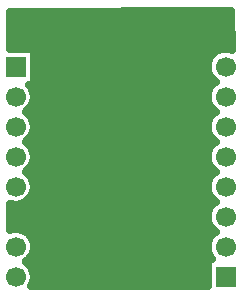
<source format=gbl>
G04 DipTrace 3.1.0.0*
G04 MSPExampleSection1.gbl*
%MOIN*%
G04 #@! TF.FileFunction,Copper,L2,Bot*
G04 #@! TF.Part,Single*
G04 #@! TA.AperFunction,Conductor*
%ADD11C,0.006*%
G04 #@! TA.AperFunction,CopperBalancing*
%ADD14C,0.025*%
G04 #@! TA.AperFunction,ComponentPad*
%ADD16R,0.066929X0.066929*%
%ADD17C,0.066929*%
G04 #@! TA.AperFunction,ViaPad*
%ADD19C,0.02*%
%FSLAX26Y26*%
G04*
G70*
G90*
G75*
G01*
G04 Bottom*
%LPD*%
X779000Y1125249D2*
D11*
X797749D1*
Y1131500D1*
D19*
X779000Y1125249D3*
X437774Y1325382D2*
D14*
X1170518D1*
X437774Y1300513D2*
X1170664D1*
X437774Y1275644D2*
X1170811D1*
X437774Y1250776D2*
X1171006D1*
X437774Y1225907D2*
X1171153D1*
X516485Y1201038D2*
X1105332D1*
X516485Y1176169D2*
X1093076D1*
X516485Y1151301D2*
X1092637D1*
X516485Y1126432D2*
X1103770D1*
X502227Y1101563D2*
X1105772D1*
X514825Y1076694D2*
X1093174D1*
X515459Y1051825D2*
X1092539D1*
X504619Y1026957D2*
X1103379D1*
X501787Y1002088D2*
X1106260D1*
X514727Y977219D2*
X1093321D1*
X515557Y952350D2*
X1092442D1*
X505010Y927482D2*
X1102989D1*
X501299Y902613D2*
X1106700D1*
X514580Y877744D2*
X1093418D1*
X515655Y852875D2*
X1092344D1*
X505352Y828007D2*
X1102647D1*
X500860Y803138D2*
X1107188D1*
X514434Y778269D2*
X1093565D1*
X515752Y753400D2*
X1092246D1*
X505743Y728531D2*
X1102256D1*
X466631Y703663D2*
X1107676D1*
X437774Y678794D2*
X1093711D1*
X437774Y653925D2*
X1092198D1*
X437774Y629056D2*
X1101914D1*
X499883Y604188D2*
X1108164D1*
X514141Y579319D2*
X1093858D1*
X515899Y554450D2*
X1092100D1*
X506475Y529581D2*
X1101524D1*
X499346Y504713D2*
X1091514D1*
X513994Y479844D2*
X1091514D1*
X515948Y454975D2*
X1091514D1*
X435207Y1222728D2*
X513974D1*
Y1102799D1*
X498691D1*
X505137Y1094095D1*
X509409Y1085711D1*
X512317Y1076762D1*
X513789Y1067469D1*
Y1058059D1*
X512317Y1048765D1*
X509409Y1039816D1*
X505137Y1031432D1*
X499607Y1023820D1*
X492953Y1017166D1*
X487069Y1012790D1*
X492953Y1008361D1*
X499607Y1001708D1*
X505137Y994095D1*
X509409Y985711D1*
X512317Y976762D1*
X513789Y967469D1*
Y958059D1*
X512317Y948765D1*
X509409Y939816D1*
X505137Y931432D1*
X499607Y923820D1*
X492953Y917166D1*
X487069Y912790D1*
X492953Y908361D1*
X499607Y901708D1*
X505137Y894095D1*
X509409Y885711D1*
X512317Y876762D1*
X513789Y867469D1*
Y858059D1*
X512317Y848765D1*
X509409Y839816D1*
X505137Y831432D1*
X499607Y823820D1*
X492953Y817166D1*
X487069Y812790D1*
X492953Y808361D1*
X499607Y801708D1*
X505137Y794095D1*
X509409Y785711D1*
X512317Y776762D1*
X513789Y767469D1*
Y758059D1*
X512317Y748765D1*
X509409Y739816D1*
X505137Y731432D1*
X499607Y723820D1*
X492953Y717166D1*
X485341Y711636D1*
X476957Y707364D1*
X468008Y704456D1*
X458714Y702984D1*
X449304D1*
X440011Y704456D1*
X435220Y705830D1*
X435479Y619793D1*
X444629Y621990D1*
X454009Y622728D1*
X463390Y621990D1*
X472539Y619793D1*
X481233Y616193D1*
X489255Y611276D1*
X496411Y605165D1*
X502522Y598010D1*
X507438Y589987D1*
X511039Y581294D1*
X513235Y572144D1*
X513974Y562764D1*
X513235Y553383D1*
X511039Y544234D1*
X507438Y535540D1*
X502522Y527517D1*
X496411Y520362D1*
X489255Y514251D1*
X487069Y512790D1*
X492953Y508361D1*
X499607Y501708D1*
X505137Y494095D1*
X509409Y485711D1*
X512317Y476762D1*
X513789Y467469D1*
Y458059D1*
X512317Y448765D1*
X509409Y439816D1*
X505164Y431481D1*
X1093990Y431500D1*
X1094035Y522715D1*
X1109319D1*
X1102872Y531419D1*
X1098600Y539803D1*
X1095692Y548752D1*
X1094220Y558046D1*
Y567455D1*
X1095692Y576749D1*
X1098600Y585698D1*
X1102872Y594082D1*
X1108403Y601695D1*
X1115056Y608348D1*
X1120941Y612724D1*
X1115056Y617153D1*
X1108403Y623807D1*
X1102872Y631419D1*
X1098600Y639803D1*
X1095692Y648752D1*
X1094220Y658046D1*
Y667455D1*
X1095692Y676749D1*
X1098600Y685698D1*
X1102872Y694082D1*
X1108403Y701695D1*
X1115056Y708348D1*
X1120941Y712724D1*
X1115056Y717153D1*
X1108403Y723807D1*
X1102872Y731419D1*
X1098600Y739803D1*
X1095692Y748752D1*
X1094220Y758046D1*
Y767455D1*
X1095692Y776749D1*
X1098600Y785698D1*
X1102872Y794082D1*
X1108403Y801695D1*
X1115056Y808348D1*
X1120941Y812724D1*
X1115056Y817153D1*
X1108403Y823807D1*
X1102872Y831419D1*
X1098600Y839803D1*
X1095692Y848752D1*
X1094220Y858046D1*
Y867455D1*
X1095692Y876749D1*
X1098600Y885698D1*
X1102872Y894082D1*
X1108403Y901695D1*
X1115056Y908348D1*
X1120941Y912724D1*
X1115056Y917153D1*
X1108403Y923807D1*
X1102872Y931419D1*
X1098600Y939803D1*
X1095692Y948752D1*
X1094220Y958046D1*
Y967455D1*
X1095692Y976749D1*
X1098600Y985698D1*
X1102872Y994082D1*
X1108403Y1001695D1*
X1115056Y1008348D1*
X1120941Y1012724D1*
X1115056Y1017153D1*
X1108403Y1023807D1*
X1102872Y1031419D1*
X1098600Y1039803D1*
X1095692Y1048752D1*
X1094220Y1058046D1*
Y1067455D1*
X1095692Y1076749D1*
X1098600Y1085698D1*
X1102872Y1094082D1*
X1108403Y1101695D1*
X1115056Y1108348D1*
X1120941Y1112724D1*
X1115056Y1117153D1*
X1108403Y1123807D1*
X1102872Y1131419D1*
X1098600Y1139803D1*
X1095692Y1148752D1*
X1094220Y1158046D1*
Y1167455D1*
X1095692Y1176749D1*
X1098600Y1185698D1*
X1102872Y1194082D1*
X1108403Y1201695D1*
X1115056Y1208348D1*
X1122669Y1213879D1*
X1131053Y1218151D1*
X1140002Y1221058D1*
X1149295Y1222530D1*
X1158705D1*
X1167998Y1221058D1*
X1173721Y1219341D1*
X1172832Y1350196D1*
X435249Y1344000D1*
Y1222760D1*
D16*
X454009Y1162764D3*
D17*
Y1062764D3*
Y962764D3*
Y862764D3*
Y762764D3*
Y662764D3*
Y562764D3*
Y462764D3*
D16*
X1154000Y462751D3*
D17*
Y562751D3*
Y662751D3*
Y762751D3*
Y862751D3*
Y962751D3*
Y1062751D3*
Y1162751D3*
M02*

</source>
